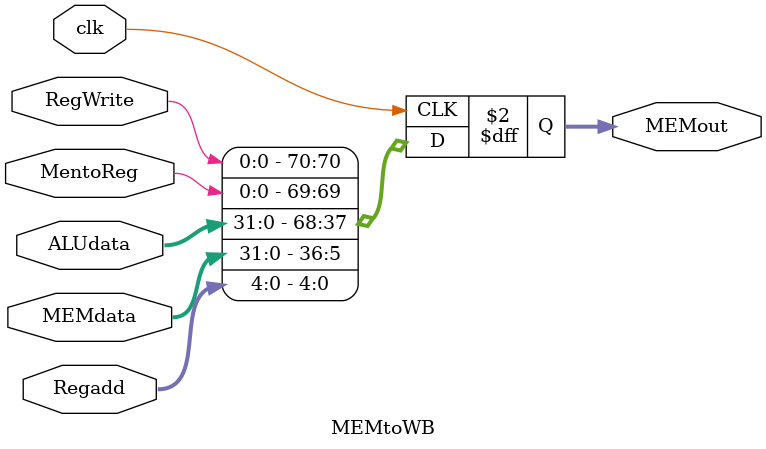
<source format=v>
module IFtoID(
input clk,
input IFtoIDWrite,
input [31:0] im_dout,
input [31:0] adder,
output reg [63:0] IFout,
input branchCtrl,
input PCsrc
);
always @(posedge clk)begin
	if(PCsrc)begin
		IFout<=64'b0;
	end
	else if((IFtoIDWrite))begin
		IFout<=IFout;
	end
	else begin
		IFout<={adder,im_dout};
	end
end
endmodule 

module IDtoEX(
input clk,
input RegDst,//158
input RegWrite,//157
input ALUSrc,//156
input MemRead,//155
input MemWrite,//154
input MentoReg,//153
input [3:0] ALUOp,//152:149
input ALUjumplimk,//148
input [2:0] Loadop,//147:145
input [1:0] Saveop,//144:143
input [63:0] IFout,//142:111
input [31:0] RegOutA,//110:79
input [31:0] RegOutB,//78:47
input [31:0] EXTImm,//46:15
input [4:0] rs,//14:10
input [4:0] rt,//9:5
input [4:0] rd,//4:0
output reg [158:0]IDout
);
always @(posedge clk)begin
	IDout<={RegDst,RegWrite,ALUSrc,MemRead,MemWrite,MentoReg,ALUOp,ALUjumplimk,Loadop,Saveop,IFout[63:32],RegOutA,RegOutB,EXTImm,rs,rt,rd};
end
endmodule

module EXtoMEM(
input clk,
input RegWrite,//109
input MemRead,//108
input MemWrite,//107
input MentoReg,//106
input [2:0] Loadop,//105:103
input [1:0] Saveop,//102:101
input [31:0] ADDPC,//100:69
input [31:0] ALUresult,//68:37
input [31:0] dataB,//36:5
input [4:0] Regadd,//4:0
output reg [109:0] EXout
);
always @(posedge clk)begin
	EXout<={RegWrite,MemRead,MemWrite,MentoReg,Loadop,Saveop,ADDPC,ALUresult,dataB,Regadd};
end 

endmodule

module MEMtoWB(
input clk,
input RegWrite,//70
input MentoReg,//69
input [31:0] ALUdata,//68:37
input [31:0] MEMdata,//36:5
input [4:0] Regadd,//4:0
output reg [70:0] MEMout
);
always @(posedge clk)begin
		MEMout<={RegWrite,MentoReg,ALUdata,MEMdata,Regadd};
end
endmodule

</source>
